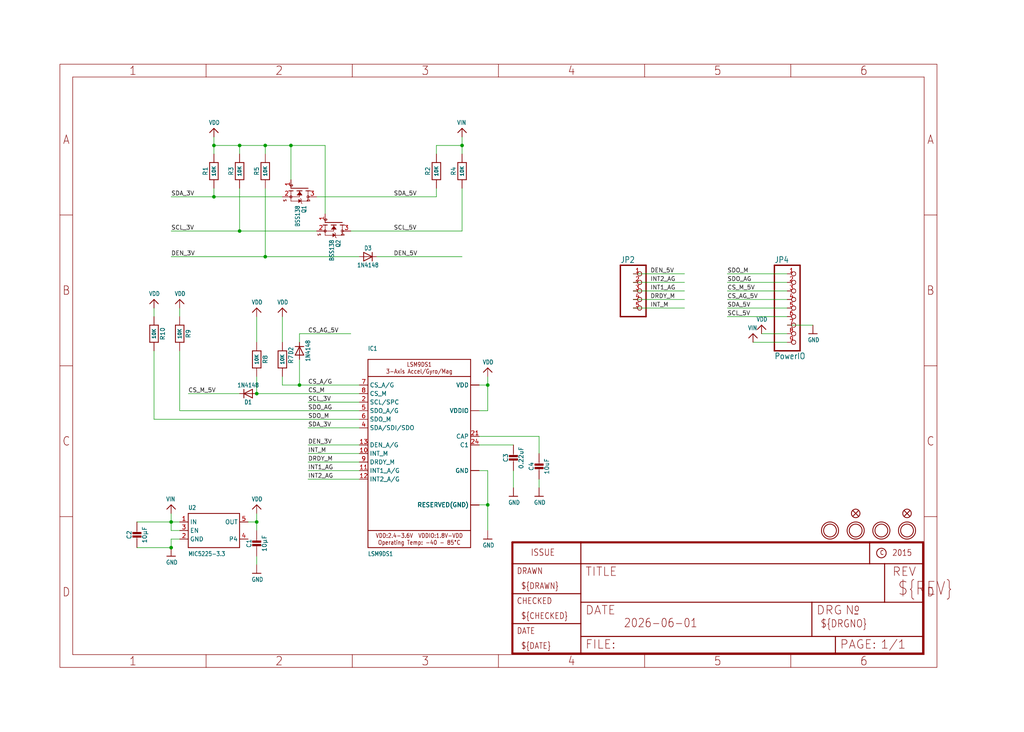
<source format=kicad_sch>
(kicad_sch (version 20230121) (generator eeschema)
  (paper "User" 303.962 217.322)
  (lib_symbols
    (symbol "working-eagle-import:CAP_CERAMIC0805-NOOUTLINE"
      (property "Reference" "C" (at -2.29 1.25 90))
      (symbol "CAP_CERAMIC0805-NOOUTLINE_1_0"
        (rectangle (start -1.27 0.508) (end 1.27 1.016) (fill (type outline)))
        (rectangle (start -1.27 1.524) (end 1.27 2.032) (fill (type outline)))
        (polyline (pts (xy 0 0.762) (xy 0 0)) (stroke (width 0.1524)))
        (polyline (pts (xy 0 2.54) (xy 0 1.778)) (stroke (width 0.1524)))
        (pin passive line (at 0 5.08 270) (length 2.54) (name "1") (number "1"))
        (pin passive line (at 0 -2.54 90) (length 2.54) (name "2") (number "2"))
      )
    )
    (symbol "working-eagle-import:CAP_CERAMIC0805_10MGAP"
      (property "Reference" "C" (at -2.29 1.25 90))
      (symbol "CAP_CERAMIC0805_10MGAP_1_0"
        (rectangle (start -1.27 0.508) (end 1.27 1.016) (fill (type outline)))
        (rectangle (start -1.27 1.524) (end 1.27 2.032) (fill (type outline)))
        (polyline (pts (xy 0 0.762) (xy 0 0)) (stroke (width 0.1524)))
        (polyline (pts (xy 0 2.54) (xy 0 1.778)) (stroke (width 0.1524)))
        (pin passive line (at 0 5.08 270) (length 2.54) (name "1") (number "1"))
        (pin passive line (at 0 -2.54 90) (length 2.54) (name "2") (number "2"))
      )
    )
    (symbol "working-eagle-import:DIODESOD-323"
      (property "Reference" "D" (at 0 2.54 0))
      (symbol "DIODESOD-323_1_0"
        (polyline (pts (xy -1.27 -1.27) (xy 1.27 0)) (stroke (width 0.254)))
        (polyline (pts (xy -1.27 1.27) (xy -1.27 -1.27)) (stroke (width 0.254)))
        (polyline (pts (xy 1.27 0) (xy -1.27 1.27)) (stroke (width 0.254)))
        (polyline (pts (xy 1.27 0) (xy 1.27 -1.27)) (stroke (width 0.254)))
        (polyline (pts (xy 1.27 1.27) (xy 1.27 0)) (stroke (width 0.254)))
        (pin passive line (at -2.54 0 0) (length 2.54) (name "A") (number "A"))
        (pin passive line (at 2.54 0 180) (length 2.54) (name "C") (number "C"))
      )
    )
    (symbol "working-eagle-import:FIDUCIAL{dblquote}{dblquote}"
      (symbol "FIDUCIAL{dblquote}{dblquote}_1_0"
        (polyline (pts (xy -0.762 0.762) (xy 0.762 -0.762)) (stroke (width 0.254)))
        (polyline (pts (xy 0.762 0.762) (xy -0.762 -0.762)) (stroke (width 0.254)))
        (circle (center 0 0) (radius 1.27) (stroke (width 0.254)))
      )
    )
    (symbol "working-eagle-import:FRAME_A4"
      (symbol "FRAME_A4_1_0"
        (polyline (pts (xy 0 44.7675) (xy 3.81 44.7675)))
        (polyline (pts (xy 0 89.535) (xy 3.81 89.535)))
        (polyline (pts (xy 0 134.3025) (xy 3.81 134.3025)))
        (polyline (pts (xy 3.81 3.81) (xy 3.81 175.26)))
        (polyline (pts (xy 43.3917 0) (xy 43.3917 3.81)))
        (polyline (pts (xy 43.3917 175.26) (xy 43.3917 179.07)))
        (polyline (pts (xy 86.7833 0) (xy 86.7833 3.81)))
        (polyline (pts (xy 86.7833 175.26) (xy 86.7833 179.07)))
        (polyline (pts (xy 130.175 0) (xy 130.175 3.81)))
        (polyline (pts (xy 130.175 175.26) (xy 130.175 179.07)))
        (polyline (pts (xy 173.5667 0) (xy 173.5667 3.81)))
        (polyline (pts (xy 173.5667 175.26) (xy 173.5667 179.07)))
        (polyline (pts (xy 216.9583 0) (xy 216.9583 3.81)))
        (polyline (pts (xy 216.9583 175.26) (xy 216.9583 179.07)))
        (polyline (pts (xy 256.54 3.81) (xy 3.81 3.81)))
        (polyline (pts (xy 256.54 3.81) (xy 256.54 8.89)) (stroke (width 0.1016)))
        (polyline (pts (xy 256.54 3.81) (xy 256.54 175.26)))
        (polyline (pts (xy 256.54 8.89) (xy 256.54 13.97)) (stroke (width 0.1016)))
        (polyline (pts (xy 256.54 13.97) (xy 256.54 19.05)) (stroke (width 0.1016)))
        (polyline (pts (xy 256.54 19.05) (xy 256.54 36.83)) (stroke (width 0.1016)))
        (polyline (pts (xy 256.54 44.7675) (xy 260.35 44.7675)))
        (polyline (pts (xy 256.54 89.535) (xy 260.35 89.535)))
        (polyline (pts (xy 256.54 134.3025) (xy 260.35 134.3025)))
        (polyline (pts (xy 256.54 175.26) (xy 3.81 175.26)))
        (polyline (pts (xy 0 0) (xy 260.35 0) (xy 260.35 179.07) (xy 0 179.07) (xy 0 0)))
        (text "1" (at 21.6958 1.905 0) (effects (font (size 2.54 2.286))))
        (text "1" (at 21.6958 177.165 0) (effects (font (size 2.54 2.286))))
        (text "2" (at 65.0875 1.905 0) (effects (font (size 2.54 2.286))))
        (text "2" (at 65.0875 177.165 0) (effects (font (size 2.54 2.286))))
        (text "3" (at 108.4792 1.905 0) (effects (font (size 2.54 2.286))))
        (text "3" (at 108.4792 177.165 0) (effects (font (size 2.54 2.286))))
        (text "4" (at 151.8708 1.905 0) (effects (font (size 2.54 2.286))))
        (text "4" (at 151.8708 177.165 0) (effects (font (size 2.54 2.286))))
        (text "5" (at 195.2625 1.905 0) (effects (font (size 2.54 2.286))))
        (text "5" (at 195.2625 177.165 0) (effects (font (size 2.54 2.286))))
        (text "6" (at 238.6542 1.905 0) (effects (font (size 2.54 2.286))))
        (text "6" (at 238.6542 177.165 0) (effects (font (size 2.54 2.286))))
        (text "A" (at 1.905 156.6863 0) (effects (font (size 2.54 2.286))))
        (text "A" (at 258.445 156.6863 0) (effects (font (size 2.54 2.286))))
        (text "B" (at 1.905 111.9188 0) (effects (font (size 2.54 2.286))))
        (text "B" (at 258.445 111.9188 0) (effects (font (size 2.54 2.286))))
        (text "C" (at 1.905 67.1513 0) (effects (font (size 2.54 2.286))))
        (text "C" (at 258.445 67.1513 0) (effects (font (size 2.54 2.286))))
        (text "D" (at 1.905 22.3838 0) (effects (font (size 2.54 2.286))))
        (text "D" (at 258.445 22.3838 0) (effects (font (size 2.54 2.286))))
      )
      (symbol "FRAME_A4_2_0"
        (polyline (pts (xy -0.3048 1.5748) (xy 20.0152 1.5748)) (stroke (width 0.6096)))
        (polyline (pts (xy -0.3048 10.4648) (xy -0.3048 1.5748)) (stroke (width 0.6096)))
        (polyline (pts (xy -0.3048 10.4648) (xy 20.0152 10.4648)) (stroke (width 0.3048)))
        (polyline (pts (xy -0.3048 19.3548) (xy -0.3048 10.4648)) (stroke (width 0.6096)))
        (polyline (pts (xy -0.3048 19.3548) (xy 20.0152 19.3548)) (stroke (width 0.3048)))
        (polyline (pts (xy -0.3048 28.2448) (xy -0.3048 19.3548)) (stroke (width 0.6096)))
        (polyline (pts (xy -0.3048 28.2448) (xy 20.0152 28.2448)) (stroke (width 0.3048)))
        (polyline (pts (xy -0.3048 34.5948) (xy -0.3048 28.2448)) (stroke (width 0.6096)))
        (polyline (pts (xy 20.0152 1.5748) (xy 20.0152 6.6548)) (stroke (width 0.3048)))
        (polyline (pts (xy 20.0152 1.5748) (xy 95.5802 1.5748)) (stroke (width 0.6096)))
        (polyline (pts (xy 20.0152 6.6548) (xy 20.0152 10.4648)) (stroke (width 0.3048)))
        (polyline (pts (xy 20.0152 6.6548) (xy 88.5952 6.6548)) (stroke (width 0.3048)))
        (polyline (pts (xy 20.0152 10.4648) (xy 20.0152 16.8148)) (stroke (width 0.3048)))
        (polyline (pts (xy 20.0152 16.8148) (xy 20.0152 19.3548)) (stroke (width 0.3048)))
        (polyline (pts (xy 20.0152 19.3548) (xy 20.0152 28.2448)) (stroke (width 0.3048)))
        (polyline (pts (xy 20.0152 28.2448) (xy 20.0152 34.5948)) (stroke (width 0.3048)))
        (polyline (pts (xy 20.0152 28.2448) (xy 105.7402 28.2448)) (stroke (width 0.3048)))
        (polyline (pts (xy 20.0152 34.5948) (xy -0.3048 34.5948)) (stroke (width 0.6096)))
        (polyline (pts (xy 88.5952 6.6548) (xy 95.5802 6.6548)) (stroke (width 0.3048)))
        (polyline (pts (xy 88.5952 16.8148) (xy 20.0152 16.8148)) (stroke (width 0.3048)))
        (polyline (pts (xy 88.5952 16.8148) (xy 88.5952 6.6548)) (stroke (width 0.3048)))
        (polyline (pts (xy 95.5802 1.5748) (xy 121.6152 1.5748)) (stroke (width 0.6096)))
        (polyline (pts (xy 95.5802 6.6548) (xy 95.5802 1.5748)) (stroke (width 0.3048)))
        (polyline (pts (xy 95.5802 6.6548) (xy 121.6152 6.6548)) (stroke (width 0.3048)))
        (polyline (pts (xy 101.2952 13.3223) (xy 102.2477 13.3223)) (stroke (width 0.254)))
        (polyline (pts (xy 105.7402 28.2448) (xy 105.7402 34.5948)) (stroke (width 0.3048)))
        (polyline (pts (xy 105.7402 28.2448) (xy 110.1852 28.2448)) (stroke (width 0.3048)))
        (polyline (pts (xy 105.7402 34.5948) (xy 20.0152 34.5948)) (stroke (width 0.6096)))
        (polyline (pts (xy 110.1852 16.8148) (xy 88.5952 16.8148)) (stroke (width 0.3048)))
        (polyline (pts (xy 110.1852 28.2448) (xy 110.1852 16.8148)) (stroke (width 0.3048)))
        (polyline (pts (xy 110.1852 28.2448) (xy 121.6152 28.2448)) (stroke (width 0.3048)))
        (polyline (pts (xy 121.6152 6.6548) (xy 121.6152 1.5748)) (stroke (width 0.6096)))
        (polyline (pts (xy 121.6152 16.8148) (xy 110.1852 16.8148)) (stroke (width 0.3048)))
        (polyline (pts (xy 121.6152 16.8148) (xy 121.6152 6.6548)) (stroke (width 0.6096)))
        (polyline (pts (xy 121.6152 28.2448) (xy 121.6152 16.8148)) (stroke (width 0.6096)))
        (polyline (pts (xy 121.6152 34.5948) (xy 105.7402 34.5948)) (stroke (width 0.6096)))
        (polyline (pts (xy 121.6152 34.5948) (xy 121.6152 28.2448)) (stroke (width 0.6096)))
        (circle (center 109.2327 31.4198) (radius 1.4199) (stroke (width 0.254)))
        (text "${#}/${##}" (at 108.9152 2.8448 0) (effects (font (size 2.54 2.54)) (justify left bottom)))
        (text "${CHECKED}" (at 2.2352 11.7348 0) (effects (font (size 1.778 1.5113)) (justify left bottom)))
        (text "${COMPANY}" (at 23.349 29.6735 0) (effects (font (size 3.175 2.6987) (thickness 0.5397) bold) (justify left bottom)))
        (text "${CURRENT_DATE}" (at 32.7152 9.1948 0) (effects (font (size 2.54 2.159)) (justify left bottom)))
        (text "${DATE}" (at 2.2352 2.8448 0) (effects (font (size 1.778 1.5113)) (justify left bottom)))
        (text "${DRAWN}" (at 2.2352 20.6248 0) (effects (font (size 1.778 1.5113)) (justify left bottom)))
        (text "${DRGNO}" (at 91.1352 9.1948 0) (effects (font (size 2.1844 1.8567)) (justify left bottom)))
        (text "${PROJECTNAME}" (at 33.0327 2.8448 0) (effects (font (size 2.54 2.159)) (justify left bottom)))
        (text "${REV}" (at 113.9952 18.7198 0) (effects (font (size 3.81 3.2385)) (justify left bottom)))
        (text "2015" (at 112.4077 30.4673 0) (effects (font (size 1.778 1.5113)) (justify left bottom)))
        (text "C" (at 108.7564 30.7848 0) (effects (font (size 1.27 1.0795)) (justify left bottom)))
        (text "CHECKED" (at 0.9652 16.1798 0) (effects (font (size 1.778 1.5113)) (justify left bottom)))
        (text "DATE" (at 0.9652 7.2898 0) (effects (font (size 1.778 1.5113)) (justify left bottom)))
        (text "DATE" (at 21.2852 13.0048 0) (effects (font (size 2.54 2.54)) (justify left bottom)))
        (text "DRAWN" (at 0.9652 25.0698 0) (effects (font (size 1.778 1.5113)) (justify left bottom)))
        (text "DRG" (at 89.8652 13.0048 0) (effects (font (size 2.54 2.54)) (justify left bottom)))
        (text "FILE:" (at 21.2852 2.8448 0) (effects (font (size 2.54 2.54)) (justify left bottom)))
        (text "ISSUE" (at 5.0927 30.4673 0) (effects (font (size 1.9304 1.6408)) (justify left bottom)))
        (text "N" (at 98.4377 13.0048 0) (effects (font (size 2.54 2.54)) (justify left bottom)))
        (text "o" (at 100.9777 13.9573 0) (effects (font (size 2.1844 1.8567)) (justify left bottom)))
        (text "PAGE:" (at 96.8502 2.8448 0) (effects (font (size 2.54 2.54)) (justify left bottom)))
        (text "REV" (at 112.4077 24.4348 0) (effects (font (size 2.54 2.54)) (justify left bottom)))
        (text "TITLE" (at 21.2852 24.4348 0) (effects (font (size 2.54 2.54)) (justify left bottom)))
      )
    )
    (symbol "working-eagle-import:GND" (power)
      (property "Value" "GND" (at -1.524 -2.54 0))
      (symbol "GND_1_0"
        (polyline (pts (xy -1.27 0) (xy 1.27 0)) (stroke (width 0.254)))
        (pin power_in line (at 0 2.54 270) (length 2.54) (name "GND") (number "1"))
      )
    )
    (symbol "working-eagle-import:HEADER-1X570MIL"
      (property "Reference" "JP" (at -6.35 8.255 0))
      (symbol "HEADER-1X570MIL_1_0"
        (polyline (pts (xy -6.35 -7.62) (xy 1.27 -7.62)) (stroke (width 0.4064)))
        (polyline (pts (xy -6.35 7.62) (xy -6.35 -7.62)) (stroke (width 0.4064)))
        (polyline (pts (xy 1.27 -7.62) (xy 1.27 7.62)) (stroke (width 0.4064)))
        (polyline (pts (xy 1.27 7.62) (xy -6.35 7.62)) (stroke (width 0.4064)))
        (pin passive inverted (at -2.54 5.08 0) (length 2.54) (name "1") (number "1"))
        (pin passive inverted (at -2.54 2.54 0) (length 2.54) (name "2") (number "2"))
        (pin passive inverted (at -2.54 0 0) (length 2.54) (name "3") (number "3"))
        (pin passive inverted (at -2.54 -2.54 0) (length 2.54) (name "4") (number "4"))
        (pin passive inverted (at -2.54 -5.08 0) (length 2.54) (name "5") (number "5"))
      )
    )
    (symbol "working-eagle-import:HEADER-1X970MIL"
      (property "Reference" "JP" (at -6.35 13.335 0))
      (symbol "HEADER-1X970MIL_1_0"
        (polyline (pts (xy -6.35 -12.7) (xy 1.27 -12.7)) (stroke (width 0.4064)))
        (polyline (pts (xy -6.35 12.7) (xy -6.35 -12.7)) (stroke (width 0.4064)))
        (polyline (pts (xy 1.27 -12.7) (xy 1.27 12.7)) (stroke (width 0.4064)))
        (polyline (pts (xy 1.27 12.7) (xy -6.35 12.7)) (stroke (width 0.4064)))
        (pin passive inverted (at -2.54 10.16 0) (length 2.54) (name "1") (number "1"))
        (pin passive inverted (at -2.54 7.62 0) (length 2.54) (name "2") (number "2"))
        (pin passive inverted (at -2.54 5.08 0) (length 2.54) (name "3") (number "3"))
        (pin passive inverted (at -2.54 2.54 0) (length 2.54) (name "4") (number "4"))
        (pin passive inverted (at -2.54 0 0) (length 2.54) (name "5") (number "5"))
        (pin passive inverted (at -2.54 -2.54 0) (length 2.54) (name "6") (number "6"))
        (pin passive inverted (at -2.54 -5.08 0) (length 2.54) (name "7") (number "7"))
        (pin passive inverted (at -2.54 -7.62 0) (length 2.54) (name "8") (number "8"))
        (pin passive inverted (at -2.54 -10.16 0) (length 2.54) (name "9") (number "9"))
      )
    )
    (symbol "working-eagle-import:LSM9DS1"
      (property "Reference" "IC" (at -15.24 27.94 0))
      (symbol "LSM9DS1_1_0"
        (polyline (pts (xy -15.24 -30.48) (xy 15.24 -30.48)) (stroke (width 0.254)))
        (polyline (pts (xy -15.24 -25.4) (xy -15.24 -30.48)) (stroke (width 0.254)))
        (polyline (pts (xy -15.24 -25.4) (xy -15.24 20.32)) (stroke (width 0.254)))
        (polyline (pts (xy -15.24 20.32) (xy -15.24 25.4)) (stroke (width 0.254)))
        (polyline (pts (xy -15.24 20.32) (xy 15.24 20.32)) (stroke (width 0.254)))
        (polyline (pts (xy -15.24 25.4) (xy 15.24 25.4)) (stroke (width 0.254)))
        (polyline (pts (xy 15.24 -30.48) (xy 15.24 -25.4)) (stroke (width 0.254)))
        (polyline (pts (xy 15.24 -25.4) (xy -15.24 -25.4)) (stroke (width 0.254)))
        (polyline (pts (xy 15.24 20.32) (xy 15.24 -25.4)) (stroke (width 0.254)))
        (polyline (pts (xy 15.24 25.4) (xy 15.24 20.32)) (stroke (width 0.254)))
        (text "LSM9DS1\n3-Axis Accel/Gyro/Mag" (at 0 22.86 0) (effects (font (size 1.27 1.0795))))
        (text "VDD:2.4-3.6V  VDDIO:1.8V-VDD\nOperating Temp: -40 - 85°C" (at 0 -27.94 0) (effects (font (size 1.27 1.0795))))
        (pin power_in line (at 17.78 10.16 180) (length 2.54) (name "VDDIO") (number "1"))
        (pin bidirectional line (at -17.78 -2.54 0) (length 2.54) (name "INT_M") (number "10"))
        (pin bidirectional line (at -17.78 -7.62 0) (length 2.54) (name "INT1_A/G") (number "11"))
        (pin bidirectional line (at -17.78 -10.16 0) (length 2.54) (name "INT2_A/G") (number "12"))
        (pin bidirectional line (at -17.78 0 0) (length 2.54) (name "DEN_A/G") (number "13"))
        (pin power_in line (at 17.78 -17.78 180) (length 2.54) (name "RESERVED(GND)") (number "14"))
        (pin power_in line (at 17.78 -17.78 180) (length 2.54) (name "RESERVED(GND)") (number "15"))
        (pin power_in line (at 17.78 -17.78 180) (length 2.54) (name "RESERVED(GND)") (number "16"))
        (pin power_in line (at 17.78 -17.78 180) (length 2.54) (name "RESERVED(GND)") (number "17"))
        (pin power_in line (at 17.78 -17.78 180) (length 2.54) (name "RESERVED(GND)") (number "18"))
        (pin power_in line (at 17.78 -7.62 180) (length 2.54) (name "GND") (number "19"))
        (pin bidirectional line (at -17.78 12.7 0) (length 2.54) (name "SCL/SPC") (number "2"))
        (pin power_in line (at 17.78 -7.62 180) (length 2.54) (name "GND") (number "20"))
        (pin bidirectional line (at 17.78 2.54 180) (length 2.54) (name "CAP") (number "21"))
        (pin power_in line (at 17.78 17.78 180) (length 2.54) (name "VDD") (number "22"))
        (pin power_in line (at 17.78 17.78 180) (length 2.54) (name "VDD") (number "23"))
        (pin bidirectional line (at 17.78 0 180) (length 2.54) (name "C1") (number "24"))
        (pin power_in line (at 17.78 10.16 180) (length 2.54) (name "VDDIO") (number "3"))
        (pin bidirectional line (at -17.78 5.08 0) (length 2.54) (name "SDA/SDI/SDO") (number "4"))
        (pin bidirectional line (at -17.78 10.16 0) (length 2.54) (name "SDO_A/G") (number "5"))
        (pin bidirectional line (at -17.78 7.62 0) (length 2.54) (name "SDO_M") (number "6"))
        (pin bidirectional line (at -17.78 17.78 0) (length 2.54) (name "CS_A/G") (number "7"))
        (pin bidirectional line (at -17.78 15.24 0) (length 2.54) (name "CS_M") (number "8"))
        (pin bidirectional line (at -17.78 -5.08 0) (length 2.54) (name "DRDY_M") (number "9"))
      )
    )
    (symbol "working-eagle-import:MOSFET-NWIDE"
      (property "Reference" "Q" (at 5.08 0.635 0))
      (symbol "MOSFET-NWIDE_1_0"
        (polyline (pts (xy 0 2.54) (xy 0 -2.54)) (stroke (width 0.254)))
        (polyline (pts (xy 0.762 -2.54) (xy 0.762 -3.175)) (stroke (width 0.254)))
        (polyline (pts (xy 0.762 -1.905) (xy 0.762 -2.54)) (stroke (width 0.254)))
        (polyline (pts (xy 0.762 0) (xy 0.762 -0.762)) (stroke (width 0.254)))
        (polyline (pts (xy 0.762 0) (xy 2.54 0)) (stroke (width 0.1524)))
        (polyline (pts (xy 0.762 0.762) (xy 0.762 0)) (stroke (width 0.254)))
        (polyline (pts (xy 0.762 2.54) (xy 0.762 1.905)) (stroke (width 0.254)))
        (polyline (pts (xy 0.762 2.54) (xy 3.81 2.54)) (stroke (width 0.1524)))
        (polyline (pts (xy 0.762 3.175) (xy 0.762 2.54)) (stroke (width 0.254)))
        (polyline (pts (xy 2.54 -2.54) (xy 0.762 -2.54)) (stroke (width 0.1524)))
        (polyline (pts (xy 2.54 -2.54) (xy 3.81 -2.54)) (stroke (width 0.1524)))
        (polyline (pts (xy 2.54 0) (xy 2.54 -2.54)) (stroke (width 0.1524)))
        (polyline (pts (xy 3.302 0.508) (xy 3.048 0.254)) (stroke (width 0.1524)))
        (polyline (pts (xy 3.81 0.508) (xy 3.302 0.508)) (stroke (width 0.1524)))
        (polyline (pts (xy 3.81 0.508) (xy 3.81 -2.54)) (stroke (width 0.1524)))
        (polyline (pts (xy 3.81 2.54) (xy 3.81 0.508)) (stroke (width 0.1524)))
        (polyline (pts (xy 4.318 0.508) (xy 3.81 0.508)) (stroke (width 0.1524)))
        (polyline (pts (xy 4.572 0.762) (xy 4.318 0.508)) (stroke (width 0.1524)))
        (polyline (pts (xy 1.016 0) (xy 2.032 0.762) (xy 2.032 -0.762)) (stroke (width 0.1524)) (fill (type outline)))
        (polyline (pts (xy 3.81 0.508) (xy 3.302 -0.254) (xy 4.318 -0.254)) (stroke (width 0.1524)) (fill (type outline)))
        (circle (center 2.54 -2.54) (radius 0.3592))
        (circle (center 2.54 2.54) (radius 0.3592))
        (text "D" (at 3.175 3.175 0) (effects (font (size 0.8128 0.6908)) (justify left bottom)))
        (text "G" (at -1.27 -1.905 0) (effects (font (size 0.8128 0.6908)) (justify left bottom)))
        (text "S" (at 3.175 -3.81 0) (effects (font (size 0.8128 0.6908)) (justify left bottom)))
        (pin bidirectional line (at -2.54 -2.54 0) (length 2.54) (name "G") (number "1"))
        (pin bidirectional line (at 2.54 -5.08 90) (length 2.54) (name "S") (number "2"))
        (pin bidirectional line (at 2.54 5.08 270) (length 2.54) (name "D") (number "3"))
      )
    )
    (symbol "working-eagle-import:MOUNTINGHOLE2.5"
      (symbol "MOUNTINGHOLE2.5_1_0"
        (circle (center 0 0) (radius 1.905) (stroke (width 0.254)))
        (circle (center 0 0) (radius 2.54) (stroke (width 0.254)))
      )
    )
    (symbol "working-eagle-import:RESISTOR0805_10MGAP"
      (property "Reference" "R" (at 0 2.54 0))
      (symbol "RESISTOR0805_10MGAP_1_0"
        (polyline (pts (xy -2.54 -1.27) (xy -2.54 1.27)) (stroke (width 0.254)))
        (polyline (pts (xy -2.54 1.27) (xy 2.54 1.27)) (stroke (width 0.254)))
        (polyline (pts (xy 2.54 -1.27) (xy -2.54 -1.27)) (stroke (width 0.254)))
        (polyline (pts (xy 2.54 1.27) (xy 2.54 -1.27)) (stroke (width 0.254)))
        (pin passive line (at -5.08 0 0) (length 2.54) (name "1") (number "1"))
        (pin passive line (at 5.08 0 180) (length 2.54) (name "2") (number "2"))
      )
    )
    (symbol "working-eagle-import:RESISTOR0805_NOOUTLINE"
      (property "Reference" "R" (at 0 2.54 0))
      (symbol "RESISTOR0805_NOOUTLINE_1_0"
        (polyline (pts (xy -2.54 -1.27) (xy -2.54 1.27)) (stroke (width 0.254)))
        (polyline (pts (xy -2.54 1.27) (xy 2.54 1.27)) (stroke (width 0.254)))
        (polyline (pts (xy 2.54 -1.27) (xy -2.54 -1.27)) (stroke (width 0.254)))
        (polyline (pts (xy 2.54 1.27) (xy 2.54 -1.27)) (stroke (width 0.254)))
        (pin passive line (at -5.08 0 0) (length 2.54) (name "1") (number "1"))
        (pin passive line (at 5.08 0 180) (length 2.54) (name "2") (number "2"))
      )
    )
    (symbol "working-eagle-import:VDD" (power)
      (property "Value" "VDD" (at -1.524 1.016 0))
      (symbol "VDD_1_0"
        (polyline (pts (xy -1.27 -1.27) (xy 0 0)) (stroke (width 0.254)))
        (polyline (pts (xy 0 0) (xy 1.27 -1.27)) (stroke (width 0.254)))
        (pin power_in line (at 0 -2.54 90) (length 2.54) (name "VDD") (number "1"))
      )
    )
    (symbol "working-eagle-import:VIN" (power)
      (property "Value" "VIN" (at -1.524 1.016 0))
      (symbol "VIN_1_0"
        (polyline (pts (xy -1.27 -1.27) (xy 0 0)) (stroke (width 0.254)))
        (polyline (pts (xy 0 0) (xy 1.27 -1.27)) (stroke (width 0.254)))
        (pin power_in line (at 0 -2.54 90) (length 2.54) (name "VIN") (number "1"))
      )
    )
    (symbol "working-eagle-import:VREG_SOT23-5"
      (property "Reference" "U" (at -7.62 6.096 0))
      (symbol "VREG_SOT23-5_1_0"
        (polyline (pts (xy -7.62 -5.08) (xy -7.62 5.08)) (stroke (width 0.254)))
        (polyline (pts (xy -7.62 5.08) (xy 7.62 5.08)) (stroke (width 0.254)))
        (polyline (pts (xy 7.62 -5.08) (xy -7.62 -5.08)) (stroke (width 0.254)))
        (polyline (pts (xy 7.62 5.08) (xy 7.62 -5.08)) (stroke (width 0.254)))
        (pin power_in line (at -10.16 2.54 0) (length 2.54) (name "IN") (number "1"))
        (pin power_in line (at -10.16 -2.54 0) (length 2.54) (name "GND") (number "2"))
        (pin input line (at -10.16 0 0) (length 2.54) (name "EN") (number "3"))
        (pin bidirectional line (at 10.16 -2.54 180) (length 2.54) (name "P4") (number "4"))
        (pin power_in line (at 10.16 2.54 180) (length 2.54) (name "OUT") (number "5"))
      )
    )
  )
  (junction (at 86.36 43.18))
  (junction (at 71.12 43.18))
  (junction (at 63.5 43.18))
  (junction (at 50.8 154.94))
  (junction (at 76.2 154.94))
  (junction (at 144.78 149.86))
  (junction (at 78.74 43.18))
  (junction (at 78.74 76.2))
  (junction (at 88.9 114.3))
  (junction (at 144.78 114.3))
  (junction (at 50.8 162.56))
  (junction (at 137.16 43.18))
  (junction (at 63.5 58.42))
  (junction (at 71.12 68.58))
  (junction (at 76.2 116.84))
  (wire (pts (xy 76.2 101.6) (xy 76.2 93.98)) (stroke (width 0.1524)))
  (wire (pts (xy 137.16 43.18) (xy 137.16 40.64)) (stroke (width 0.1524)))
  (wire (pts (xy 233.68 81.28) (xy 215.9 81.28)) (stroke (width 0.1524)))
  (wire (pts (xy 73.66 154.94) (xy 76.2 154.94)) (stroke (width 0.1524)))
  (wire (pts (xy 93.98 68.58) (xy 71.12 68.58)) (stroke (width 0.1524)))
  (wire (pts (xy 106.68 124.46) (xy 45.72 124.46)) (stroke (width 0.1524)))
  (wire (pts (xy 187.96 81.28) (xy 203.2 81.28)) (stroke (width 0.1524)))
  (wire (pts (xy 144.78 149.86) (xy 144.78 157.48)) (stroke (width 0.1524)))
  (wire (pts (xy 137.16 68.58) (xy 137.16 55.88)) (stroke (width 0.1524)))
  (wire (pts (xy 71.12 68.58) (xy 50.8 68.58)) (stroke (width 0.1524)))
  (wire (pts (xy 78.74 43.18) (xy 78.74 45.72)) (stroke (width 0.1524)))
  (wire (pts (xy 142.24 139.7) (xy 144.78 139.7)) (stroke (width 0.1524)))
  (wire (pts (xy 83.82 58.42) (xy 63.5 58.42)) (stroke (width 0.1524)))
  (wire (pts (xy 71.12 55.88) (xy 71.12 68.58)) (stroke (width 0.1524)))
  (wire (pts (xy 93.98 58.42) (xy 129.54 58.42)) (stroke (width 0.1524)))
  (wire (pts (xy 144.78 114.3) (xy 144.78 111.76)) (stroke (width 0.1524)))
  (wire (pts (xy 111.76 76.2) (xy 137.16 76.2)) (stroke (width 0.1524)))
  (wire (pts (xy 233.68 83.82) (xy 215.9 83.82)) (stroke (width 0.1524)))
  (wire (pts (xy 233.68 93.98) (xy 215.9 93.98)) (stroke (width 0.1524)))
  (wire (pts (xy 106.68 114.3) (xy 88.9 114.3)) (stroke (width 0.1524)))
  (wire (pts (xy 50.8 154.94) (xy 50.8 152.4)) (stroke (width 0.1524)))
  (wire (pts (xy 50.8 160.02) (xy 50.8 162.56)) (stroke (width 0.1524)))
  (wire (pts (xy 142.24 132.08) (xy 152.4 132.08)) (stroke (width 0.1524)))
  (wire (pts (xy 78.74 76.2) (xy 78.74 55.88)) (stroke (width 0.1524)))
  (wire (pts (xy 63.5 45.72) (xy 63.5 43.18)) (stroke (width 0.1524)))
  (wire (pts (xy 86.36 53.34) (xy 86.36 43.18)) (stroke (width 0.1524)))
  (wire (pts (xy 129.54 45.72) (xy 129.54 43.18)) (stroke (width 0.1524)))
  (wire (pts (xy 106.68 137.16) (xy 91.44 137.16)) (stroke (width 0.1524)))
  (wire (pts (xy 203.2 83.82) (xy 187.96 83.82)) (stroke (width 0.1524)))
  (wire (pts (xy 144.78 139.7) (xy 144.78 149.86)) (stroke (width 0.1524)))
  (wire (pts (xy 129.54 43.18) (xy 137.16 43.18)) (stroke (width 0.1524)))
  (wire (pts (xy 53.34 93.98) (xy 53.34 91.44)) (stroke (width 0.1524)))
  (wire (pts (xy 86.36 43.18) (xy 78.74 43.18)) (stroke (width 0.1524)))
  (wire (pts (xy 45.72 124.46) (xy 45.72 104.14)) (stroke (width 0.1524)))
  (wire (pts (xy 233.68 88.9) (xy 215.9 88.9)) (stroke (width 0.1524)))
  (wire (pts (xy 203.2 91.44) (xy 187.96 91.44)) (stroke (width 0.1524)))
  (wire (pts (xy 50.8 157.48) (xy 50.8 154.94)) (stroke (width 0.1524)))
  (wire (pts (xy 142.24 149.86) (xy 144.78 149.86)) (stroke (width 0.1524)))
  (wire (pts (xy 233.68 96.52) (xy 241.3 96.52)) (stroke (width 0.1524)))
  (wire (pts (xy 106.68 134.62) (xy 91.44 134.62)) (stroke (width 0.1524)))
  (wire (pts (xy 142.24 129.54) (xy 160.02 129.54)) (stroke (width 0.1524)))
  (wire (pts (xy 76.2 116.84) (xy 76.2 111.76)) (stroke (width 0.1524)))
  (wire (pts (xy 71.12 45.72) (xy 71.12 43.18)) (stroke (width 0.1524)))
  (wire (pts (xy 88.9 101.6) (xy 88.9 99.06)) (stroke (width 0.1524)))
  (wire (pts (xy 96.52 63.5) (xy 96.52 43.18)) (stroke (width 0.1524)))
  (wire (pts (xy 106.68 142.24) (xy 91.44 142.24)) (stroke (width 0.1524)))
  (wire (pts (xy 106.68 127) (xy 91.44 127)) (stroke (width 0.1524)))
  (wire (pts (xy 63.5 58.42) (xy 50.8 58.42)) (stroke (width 0.1524)))
  (wire (pts (xy 53.34 121.92) (xy 53.34 104.14)) (stroke (width 0.1524)))
  (wire (pts (xy 106.68 132.08) (xy 91.44 132.08)) (stroke (width 0.1524)))
  (wire (pts (xy 76.2 154.94) (xy 76.2 157.48)) (stroke (width 0.1524)))
  (wire (pts (xy 129.54 58.42) (xy 129.54 55.88)) (stroke (width 0.1524)))
  (wire (pts (xy 106.68 76.2) (xy 78.74 76.2)) (stroke (width 0.1524)))
  (wire (pts (xy 203.2 86.36) (xy 187.96 86.36)) (stroke (width 0.1524)))
  (wire (pts (xy 104.14 68.58) (xy 137.16 68.58)) (stroke (width 0.1524)))
  (wire (pts (xy 53.34 157.48) (xy 50.8 157.48)) (stroke (width 0.1524)))
  (wire (pts (xy 78.74 76.2) (xy 50.8 76.2)) (stroke (width 0.1524)))
  (wire (pts (xy 215.9 86.36) (xy 233.68 86.36)) (stroke (width 0.1524)))
  (wire (pts (xy 106.68 116.84) (xy 76.2 116.84)) (stroke (width 0.1524)))
  (wire (pts (xy 233.68 91.44) (xy 215.9 91.44)) (stroke (width 0.1524)))
  (wire (pts (xy 142.24 114.3) (xy 144.78 114.3)) (stroke (width 0.1524)))
  (wire (pts (xy 137.16 45.72) (xy 137.16 43.18)) (stroke (width 0.1524)))
  (wire (pts (xy 63.5 43.18) (xy 63.5 40.64)) (stroke (width 0.1524)))
  (wire (pts (xy 83.82 101.6) (xy 83.82 93.98)) (stroke (width 0.1524)))
  (wire (pts (xy 106.68 119.38) (xy 91.44 119.38)) (stroke (width 0.1524)))
  (wire (pts (xy 142.24 121.92) (xy 144.78 121.92)) (stroke (width 0.1524)))
  (wire (pts (xy 160.02 129.54) (xy 160.02 134.62)) (stroke (width 0.1524)))
  (wire (pts (xy 226.06 99.06) (xy 233.68 99.06)) (stroke (width 0.1524)))
  (wire (pts (xy 78.74 43.18) (xy 71.12 43.18)) (stroke (width 0.1524)))
  (wire (pts (xy 88.9 114.3) (xy 88.9 106.68)) (stroke (width 0.1524)))
  (wire (pts (xy 83.82 114.3) (xy 83.82 111.76)) (stroke (width 0.1524)))
  (wire (pts (xy 160.02 142.24) (xy 160.02 144.78)) (stroke (width 0.1524)))
  (wire (pts (xy 152.4 144.78) (xy 152.4 139.7)) (stroke (width 0.1524)))
  (wire (pts (xy 106.68 139.7) (xy 91.44 139.7)) (stroke (width 0.1524)))
  (wire (pts (xy 63.5 55.88) (xy 63.5 58.42)) (stroke (width 0.1524)))
  (wire (pts (xy 40.64 162.56) (xy 50.8 162.56)) (stroke (width 0.1524)))
  (wire (pts (xy 53.34 160.02) (xy 50.8 160.02)) (stroke (width 0.1524)))
  (wire (pts (xy 76.2 165.1) (xy 76.2 167.64)) (stroke (width 0.1524)))
  (wire (pts (xy 83.82 114.3) (xy 88.9 114.3)) (stroke (width 0.1524)))
  (wire (pts (xy 106.68 121.92) (xy 53.34 121.92)) (stroke (width 0.1524)))
  (wire (pts (xy 40.64 154.94) (xy 50.8 154.94)) (stroke (width 0.1524)))
  (wire (pts (xy 71.12 43.18) (xy 63.5 43.18)) (stroke (width 0.1524)))
  (wire (pts (xy 53.34 154.94) (xy 50.8 154.94)) (stroke (width 0.1524)))
  (wire (pts (xy 223.52 101.6) (xy 233.68 101.6)) (stroke (width 0.1524)))
  (wire (pts (xy 45.72 93.98) (xy 45.72 91.44)) (stroke (width 0.1524)))
  (wire (pts (xy 96.52 43.18) (xy 86.36 43.18)) (stroke (width 0.1524)))
  (wire (pts (xy 71.12 116.84) (xy 55.88 116.84)) (stroke (width 0.1524)))
  (wire (pts (xy 144.78 121.92) (xy 144.78 114.3)) (stroke (width 0.1524)))
  (wire (pts (xy 88.9 99.06) (xy 104.14 99.06)) (stroke (width 0.1524)))
  (wire (pts (xy 76.2 154.94) (xy 76.2 152.4)) (stroke (width 0.1524)))
  (wire (pts (xy 203.2 88.9) (xy 187.96 88.9)) (stroke (width 0.1524)))
  (label "DEN_3V" (at 91.44 132.08 0) (effects (font (size 1.2446 1.2446))))
  (label "CS_AG_5V" (at 215.9 88.9 0) (effects (font (size 1.2446 1.2446))))
  (label "DEN_5V" (at 193.04 81.28 0) (effects (font (size 1.2446 1.2446))))
  (label "INT1_AG" (at 91.44 139.7 0) (effects (font (size 1.2446 1.2446))))
  (label "SDO_AG" (at 91.44 121.92 0) (effects (font (size 1.2446 1.2446))))
  (label "SCL_3V" (at 50.8 68.58 0) (effects (font (size 1.2446 1.2446))))
  (label "SDO_M" (at 215.9 81.28 0) (effects (font (size 1.2446 1.2446))))
  (label "CS_M_5V" (at 215.9 86.36 0) (effects (font (size 1.2446 1.2446))))
  (label "CS_A/G" (at 91.44 114.3 0) (effects (font (size 1.2446 1.2446))))
  (label "SDA_5V" (at 215.9 91.44 0) (effects (font (size 1.2446 1.2446))))
  (label "SCL_3V" (at 91.44 119.38 0) (effects (font (size 1.2446 1.2446))))
  (label "SDA_5V" (at 116.84 58.42 0) (effects (font (size 1.2446 1.2446))))
  (label "SDO_M" (at 91.44 124.46 0) (effects (font (size 1.2446 1.2446))))
  (label "DRDY_M" (at 193.04 88.9 0) (effects (font (size 1.2446 1.2446))))
  (label "CS_M_5V" (at 55.88 116.84 0) (effects (font (size 1.2446 1.2446))))
  (label "SDA_3V" (at 91.44 127 0) (effects (font (size 1.2446 1.2446))))
  (label "INT1_AG" (at 193.04 86.36 0) (effects (font (size 1.2446 1.2446))))
  (label "DEN_3V" (at 50.8 76.2 0) (effects (font (size 1.2446 1.2446))))
  (label "SCL_5V" (at 215.9 93.98 0) (effects (font (size 1.2446 1.2446))))
  (label "DRDY_M" (at 91.44 137.16 0) (effects (font (size 1.2446 1.2446))))
  (label "INT2_AG" (at 91.44 142.24 0) (effects (font (size 1.2446 1.2446))))
  (label "INT2_AG" (at 193.04 83.82 0) (effects (font (size 1.2446 1.2446))))
  (label "INT_M" (at 193.04 91.44 0) (effects (font (size 1.2446 1.2446))))
  (label "SDO_AG" (at 215.9 83.82 0) (effects (font (size 1.2446 1.2446))))
  (label "CS_AG_5V" (at 91.44 99.06 0) (effects (font (size 1.2446 1.2446))))
  (label "SCL_5V" (at 116.84 68.58 0) (effects (font (size 1.2446 1.2446))))
  (label "INT_M" (at 91.44 134.62 0) (effects (font (size 1.2446 1.2446))))
  (label "CS_M" (at 91.44 116.84 0) (effects (font (size 1.2446 1.2446))))
  (label "SDA_3V" (at 50.8 58.42 0) (effects (font (size 1.2446 1.2446))))
  (label "DEN_5V" (at 116.84 76.2 0) (effects (font (size 1.2446 1.2446))))
  (symbol (lib_id "working-eagle-import:DIODESOD-323") (at 88.9 104.14 90) (unit 1)
    (property "Reference" "D2" (at 86.36 104.14 0) (effects (font (size 1.27 1.0795))))
    (property "Value" "1N4148" (at 91.4 104.14 0) (effects (font (size 1.27 1.0795))))
    (property "Footprint" "working:SOD-323" (effects hide))
  )
  (symbol (lib_id "working-eagle-import:VIN") (at 137.16 38.1 0) (unit 1)
    (property "Reference" "#U$15" (effects hide))
    (property "Value" "VIN" (at 135.636 37.084 0) (effects (font (size 1.27 1.0795)) (justify left bottom)))
  )
  (symbol (lib_id "working-eagle-import:CAP_CERAMIC0805-NOOUTLINE") (at 40.64 160.02 0) (unit 1)
    (property "Reference" "C2" (at 38.35 158.77 90))
    (property "Value" "10µF" (at 42.94 158.77 90))
    (property "Footprint" "working:0805-NO" (effects hide))
  )
  (symbol (lib_id "working-eagle-import:VDD") (at 76.2 149.86 0) (unit 1)
    (property "Reference" "#U$18" (effects hide))
    (property "Value" "VDD" (at 74.676 148.844 0) (effects (font (size 1.27 1.0795)) (justify left bottom)))
  )
  (symbol (lib_id "working-eagle-import:VDD") (at 144.78 109.22 0) (unit 1)
    (property "Reference" "#U$3" (effects hide))
    (property "Value" "VDD" (at 143.256 108.204 0) (effects (font (size 1.27 1.0795)) (justify left bottom)))
  )
  (symbol (lib_id "working-eagle-import:CAP_CERAMIC0805_10MGAP") (at 152.4 137.16 0) (unit 1)
    (property "Reference" "C3" (at 150.11 135.91 90))
    (property "Value" "0.22uF" (at 154.7 135.91 90))
    (property "Footprint" "working:0805_10MGAP" (effects hide))
  )
  (symbol (lib_id "working-eagle-import:VDD") (at 83.82 91.44 0) (unit 1)
    (property "Reference" "#U$9" (effects hide))
    (property "Value" "VDD" (at 82.296 90.424 0) (effects (font (size 1.27 1.0795)) (justify left bottom)))
  )
  (symbol (lib_id "working-eagle-import:GND") (at 50.8 165.1 0) (unit 1)
    (property "Reference" "#U$17" (effects hide))
    (property "Value" "GND" (at 49.276 167.64 0) (effects (font (size 1.27 1.0795)) (justify left bottom)))
  )
  (symbol (lib_id "working-eagle-import:MOSFET-NWIDE") (at 99.06 66.04 270) (unit 1)
    (property "Reference" "Q2" (at 99.695 71.12 0) (effects (font (size 1.27 1.0795)) (justify left bottom)))
    (property "Value" "BSS138" (at 97.79 71.12 0) (effects (font (size 1.27 1.0795)) (justify left bottom)))
    (property "Footprint" "working:SOT23-WIDE" (effects hide))
  )
  (symbol (lib_id "working-eagle-import:VDD") (at 76.2 91.44 0) (unit 1)
    (property "Reference" "#U$10" (effects hide))
    (property "Value" "VDD" (at 74.676 90.424 0) (effects (font (size 1.27 1.0795)) (justify left bottom)))
  )
  (symbol (lib_id "working-eagle-import:VDD") (at 53.34 88.9 0) (unit 1)
    (property "Reference" "#U$11" (effects hide))
    (property "Value" "VDD" (at 51.816 87.884 0) (effects (font (size 1.27 1.0795)) (justify left bottom)))
  )
  (symbol (lib_id "working-eagle-import:MOUNTINGHOLE2.5") (at 269.24 157.48 0) (unit 1)
    (property "Reference" "U$4" (effects hide))
    (property "Value" "MOUNTINGHOLE2.5" (effects hide))
    (property "Footprint" "working:MOUNTINGHOLE_2.5_PLATED" (effects hide))
  )
  (symbol (lib_id "working-eagle-import:HEADER-1X570MIL") (at 190.5 86.36 0) (unit 1)
    (property "Reference" "JP2" (at 184.15 78.105 0) (effects (font (size 1.778 1.5113)) (justify left bottom)))
    (property "Value" "HEADER-1X570MIL" (effects hide))
    (property "Footprint" "working:1X05_ROUND_70" (effects hide))
  )
  (symbol (lib_id "working-eagle-import:CAP_CERAMIC0805-NOOUTLINE") (at 76.2 162.56 0) (unit 1)
    (property "Reference" "C1" (at 73.91 161.31 90))
    (property "Value" "10µF" (at 78.5 161.31 90))
    (property "Footprint" "working:0805-NO" (effects hide))
  )
  (symbol (lib_id "working-eagle-import:FIDUCIAL{dblquote}{dblquote}") (at 269.24 152.4 0) (unit 1)
    (property "Reference" "FID1" (effects hide))
    (property "Value" "FIDUCIAL{dblquote}{dblquote}" (effects hide))
    (property "Footprint" "working:FIDUCIAL_1MM" (effects hide))
  )
  (symbol (lib_id "working-eagle-import:GND") (at 152.4 147.32 0) (unit 1)
    (property "Reference" "#U$13" (effects hide))
    (property "Value" "GND" (at 150.876 149.86 0) (effects (font (size 1.27 1.0795)) (justify left bottom)))
  )
  (symbol (lib_id "working-eagle-import:HEADER-1X970MIL") (at 236.22 91.44 0) (unit 1)
    (property "Reference" "JP4" (at 229.87 78.105 0) (effects (font (size 1.778 1.5113)) (justify left bottom)))
    (property "Value" "PowerIO" (at 229.87 106.68 0) (effects (font (size 1.778 1.5113)) (justify left bottom)))
    (property "Footprint" "working:1X09_ROUND_70" (effects hide))
  )
  (symbol (lib_id "working-eagle-import:RESISTOR0805_NOOUTLINE") (at 78.74 50.8 90) (unit 1)
    (property "Reference" "R5" (at 76.2 50.8 0))
    (property "Value" "10K" (at 78.74 50.8 0) (effects (font (size 1.016 1.016) bold)))
    (property "Footprint" "working:0805-NO" (effects hide))
  )
  (symbol (lib_id "working-eagle-import:VREG_SOT23-5") (at 63.5 157.48 0) (unit 1)
    (property "Reference" "U2" (at 55.88 151.384 0) (effects (font (size 1.27 1.0795)) (justify left bottom)))
    (property "Value" "MIC5225-3.3" (at 55.88 165.1 0) (effects (font (size 1.27 1.0795)) (justify left bottom)))
    (property "Footprint" "working:SOT23-5" (effects hide))
  )
  (symbol (lib_id "working-eagle-import:FRAME_A4") (at 17.78 198.12 0) (unit 1)
    (property "Reference" "#FRAME1" (effects hide))
    (property "Value" "FRAME_A4" (effects hide))
  )
  (symbol (lib_id "working-eagle-import:MOSFET-NWIDE") (at 88.9 55.88 270) (unit 1)
    (property "Reference" "Q1" (at 89.535 60.96 0) (effects (font (size 1.27 1.0795)) (justify left bottom)))
    (property "Value" "BSS138" (at 87.63 60.96 0) (effects (font (size 1.27 1.0795)) (justify left bottom)))
    (property "Footprint" "working:SOT23-WIDE" (effects hide))
  )
  (symbol (lib_id "working-eagle-import:RESISTOR0805_NOOUTLINE") (at 76.2 106.68 270) (unit 1)
    (property "Reference" "R8" (at 78.74 106.68 0))
    (property "Value" "10K" (at 76.2 106.68 0) (effects (font (size 1.016 1.016) bold)))
    (property "Footprint" "working:0805-NO" (effects hide))
  )
  (symbol (lib_id "working-eagle-import:GND") (at 241.3 99.06 0) (unit 1)
    (property "Reference" "#U$27" (effects hide))
    (property "Value" "GND" (at 239.776 101.6 0) (effects (font (size 1.27 1.0795)) (justify left bottom)))
  )
  (symbol (lib_id "working-eagle-import:FRAME_A4") (at 152.4 195.58 0) (unit 2)
    (property "Reference" "#FRAME1" (effects hide))
    (property "Value" "FRAME_A4" (effects hide))
  )
  (symbol (lib_id "working-eagle-import:RESISTOR0805_10MGAP") (at 63.5 50.8 90) (unit 1)
    (property "Reference" "R1" (at 60.96 50.8 0))
    (property "Value" "10K" (at 63.5 50.8 0) (effects (font (size 1.016 1.016) bold)))
    (property "Footprint" "working:0805_10MGAP" (effects hide))
  )
  (symbol (lib_id "working-eagle-import:GND") (at 160.02 147.32 0) (unit 1)
    (property "Reference" "#U$19" (effects hide))
    (property "Value" "GND" (at 158.496 149.86 0) (effects (font (size 1.27 1.0795)) (justify left bottom)))
  )
  (symbol (lib_id "working-eagle-import:MOUNTINGHOLE2.5") (at 246.38 157.48 0) (unit 1)
    (property "Reference" "U$7" (effects hide))
    (property "Value" "MOUNTINGHOLE2.5" (effects hide))
    (property "Footprint" "working:MOUNTINGHOLE_2.5_PLATED" (effects hide))
  )
  (symbol (lib_id "working-eagle-import:FIDUCIAL{dblquote}{dblquote}") (at 254 152.4 0) (unit 1)
    (property "Reference" "FID3" (effects hide))
    (property "Value" "FIDUCIAL{dblquote}{dblquote}" (effects hide))
    (property "Footprint" "working:FIDUCIAL_1MM" (effects hide))
    (property "BOM" "EXCLUDE" (effects hide))
  )
  (symbol (lib_id "working-eagle-import:VIN") (at 50.8 149.86 0) (unit 1)
    (property "Reference" "#U$16" (effects hide))
    (property "Value" "VIN" (at 49.276 148.844 0) (effects (font (size 1.27 1.0795)) (justify left bottom)))
  )
  (symbol (lib_id "working-eagle-import:LSM9DS1") (at 124.46 132.08 0) (unit 1)
    (property "Reference" "IC1" (at 109.22 104.14 0) (effects (font (size 1.27 1.0795)) (justify left bottom)))
    (property "Value" "LSM9DS1" (at 109.22 165.1 0) (effects (font (size 1.27 1.0795)) (justify left bottom)))
    (property "Footprint" "working:LGA24_3.5X3.1MM" (effects hide))
  )
  (symbol (lib_id "working-eagle-import:DIODESOD-323") (at 73.66 116.84 180) (unit 1)
    (property "Reference" "D1" (at 73.66 119.38 0) (effects (font (size 1.27 1.0795))))
    (property "Value" "1N4148" (at 73.66 114.34 0) (effects (font (size 1.27 1.0795))))
    (property "Footprint" "working:SOD-323" (effects hide))
  )
  (symbol (lib_id "working-eagle-import:RESISTOR0805_NOOUTLINE") (at 71.12 50.8 90) (unit 1)
    (property "Reference" "R3" (at 68.58 50.8 0))
    (property "Value" "10K" (at 71.12 50.8 0) (effects (font (size 1.016 1.016) bold)))
    (property "Footprint" "working:0805-NO" (effects hide))
  )
  (symbol (lib_id "working-eagle-import:DIODESOD-323") (at 109.22 76.2 0) (unit 1)
    (property "Reference" "D3" (at 109.22 73.66 0) (effects (font (size 1.27 1.0795))))
    (property "Value" "1N4148" (at 109.22 78.7 0) (effects (font (size 1.27 1.0795))))
    (property "Footprint" "working:SOD-323" (effects hide))
  )
  (symbol (lib_id "working-eagle-import:MOUNTINGHOLE2.5") (at 254 157.48 0) (unit 1)
    (property "Reference" "U$6" (effects hide))
    (property "Value" "MOUNTINGHOLE2.5" (effects hide))
    (property "Footprint" "working:MOUNTINGHOLE_2.5_PLATED" (effects hide))
  )
  (symbol (lib_id "working-eagle-import:CAP_CERAMIC0805-NOOUTLINE") (at 160.02 139.7 0) (unit 1)
    (property "Reference" "C4" (at 157.73 138.45 90))
    (property "Value" "10uF" (at 162.32 138.45 90))
    (property "Footprint" "working:0805-NO" (effects hide))
  )
  (symbol (lib_id "working-eagle-import:RESISTOR0805_NOOUTLINE") (at 129.54 50.8 90) (unit 1)
    (property "Reference" "R2" (at 127 50.8 0))
    (property "Value" "10K" (at 129.54 50.8 0) (effects (font (size 1.016 1.016) bold)))
    (property "Footprint" "working:0805-NO" (effects hide))
  )
  (symbol (lib_id "working-eagle-import:VDD") (at 45.72 88.9 0) (unit 1)
    (property "Reference" "#U$12" (effects hide))
    (property "Value" "VDD" (at 44.196 87.884 0) (effects (font (size 1.27 1.0795)) (justify left bottom)))
  )
  (symbol (lib_id "working-eagle-import:GND") (at 144.78 160.02 0) (unit 1)
    (property "Reference" "#U$1" (effects hide))
    (property "Value" "GND" (at 143.256 162.56 0) (effects (font (size 1.27 1.0795)) (justify left bottom)))
  )
  (symbol (lib_id "working-eagle-import:RESISTOR0805_NOOUTLINE") (at 45.72 99.06 270) (unit 1)
    (property "Reference" "R10" (at 48.26 99.06 0))
    (property "Value" "10K" (at 45.72 99.06 0) (effects (font (size 1.016 1.016) bold)))
    (property "Footprint" "working:0805-NO" (effects hide))
  )
  (symbol (lib_id "working-eagle-import:VIN") (at 223.52 99.06 0) (unit 1)
    (property "Reference" "#U$24" (effects hide))
    (property "Value" "VIN" (at 221.996 98.044 0) (effects (font (size 1.27 1.0795)) (justify left bottom)))
  )
  (symbol (lib_id "working-eagle-import:MOUNTINGHOLE2.5") (at 261.62 157.48 0) (unit 1)
    (property "Reference" "U$5" (effects hide))
    (property "Value" "MOUNTINGHOLE2.5" (effects hide))
    (property "Footprint" "working:MOUNTINGHOLE_2.5_PLATED" (effects hide))
  )
  (symbol (lib_id "working-eagle-import:VDD") (at 226.06 96.52 0) (unit 1)
    (property "Reference" "#U$26" (effects hide))
    (property "Value" "VDD" (at 224.536 95.504 0) (effects (font (size 1.27 1.0795)) (justify left bottom)))
  )
  (symbol (lib_id "working-eagle-import:RESISTOR0805_10MGAP") (at 53.34 99.06 270) (unit 1)
    (property "Reference" "R9" (at 55.88 99.06 0))
    (property "Value" "10K" (at 53.34 99.06 0) (effects (font (size 1.016 1.016) bold)))
    (property "Footprint" "working:0805_10MGAP" (effects hide))
  )
  (symbol (lib_id "working-eagle-import:VDD") (at 63.5 38.1 0) (unit 1)
    (property "Reference" "#U$2" (effects hide))
    (property "Value" "VDD" (at 61.976 37.084 0) (effects (font (size 1.27 1.0795)) (justify left bottom)))
  )
  (symbol (lib_id "working-eagle-import:RESISTOR0805_NOOUTLINE") (at 83.82 106.68 270) (unit 1)
    (property "Reference" "R7" (at 86.36 106.68 0))
    (property "Value" "10K" (at 83.82 106.68 0) (effects (font (size 1.016 1.016) bold)))
    (property "Footprint" "working:0805-NO" (effects hide))
  )
  (symbol (lib_id "working-eagle-import:RESISTOR0805_NOOUTLINE") (at 137.16 50.8 90) (unit 1)
    (property "Reference" "R4" (at 134.62 50.8 0))
    (property "Value" "10K" (at 137.16 50.8 0) (effects (font (size 1.016 1.016) bold)))
    (property "Footprint" "working:0805-NO" (effects hide))
  )
  (symbol (lib_id "working-eagle-import:GND") (at 76.2 170.18 0) (unit 1)
    (property "Reference" "#U$8" (effects hide))
    (property "Value" "GND" (at 74.676 172.72 0) (effects (font (size 1.27 1.0795)) (justify left bottom)))
  )
)
</source>
